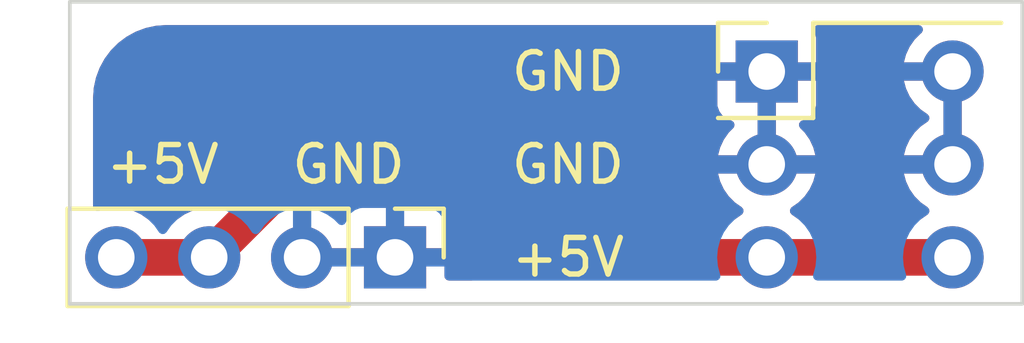
<source format=kicad_pcb>
(kicad_pcb (version 20221018) (generator pcbnew)
  (layers (0 "F.Cu" signal) (31 "B.Cu" signal) (34 "B.Paste" user) (35 "F.Paste" user) (36 "B.SilkS" user "B.Silkscreen") (37 "F.SilkS" user "F.Silkscreen") (38 "B.Mask" user) (39 "F.Mask" user) (44 "Edge.Cuts" user))
  (net 0 "")
  (net 1 "+5V")
  (net 2 "GND")
  (footprint "Sassa:A500_ExpansionSocket_2x43_P2.54mm_5mm" (layer "F.Cu") (at 256.54 27.94)
    (fp_text reference "CN2" hide)
    (fp_text value "A500_Edge" hide)
    (fp_line (start -1.33 -1.33) (end -1.33 0) (stroke (width 0.12)) (layer "F.SilkS"))
    (fp_line (start 0 -1.33) (end -1.33 -1.33) (stroke (width 0.12)) (layer "F.SilkS"))
    (fp_line (start 1.27 -1.33) (end 1.27 1.27) (stroke (width 0.12)) (layer "F.SilkS"))
    (fp_line (start 1.27 1.27) (end -1.33 1.27) (stroke (width 0.12)) (layer "F.SilkS"))
    (fp_line (start 6.41 -1.33) (end 1.27 -1.33) (stroke (width 0.12)) (layer "F.SilkS"))
    (pad "1" thru_hole rect (at 0 0) (size 1.7 1.7) (drill 1) (layers "*.Cu" "*.Mask") (net 2 "GND"))
    (pad "2" thru_hole oval (at 5.08 0) (size 1.7 1.7) (drill 1) (layers "*.Cu" "*.Mask") (net 2 "GND"))
    (pad "3" thru_hole oval (at 0 2.54) (size 1.7 1.7) (drill 1) (layers "*.Cu" "*.Mask") (net 2 "GND"))
    (pad "4" thru_hole oval (at 5.08 2.54) (size 1.7 1.7) (drill 1) (layers "*.Cu" "*.Mask") (net 2 "GND"))
    (pad "5" thru_hole oval (at 0 5.08) (size 1.7 1.7) (drill 1) (layers "*.Cu" "*.Mask") (net 1 "+5V"))
    (pad "6" thru_hole oval (at 5.08 5.08) (size 1.7 1.7) (drill 1) (layers "*.Cu" "*.Mask") (net 1 "+5V"))
  )
  (footprint "Connector_PinHeader_2.54mm:PinHeader_1x04_P2.54mm_Vertical" (layer "F.Cu") (at 246.38 33.02 -90)
    (fp_text reference "J3" hide)
    (fp_text value "Power")
    (fp_line (start -1.33 -1.33) (end 0 -1.33) (stroke (width 0.12)) (layer "F.SilkS"))
    (fp_line (start -1.33 0) (end -1.33 -1.33) (stroke (width 0.12)) (layer "F.SilkS"))
    (fp_line (start -1.33 1.27) (end -1.33 8.95) (stroke (width 0.12)) (layer "F.SilkS"))
    (fp_line (start -1.33 1.27) (end 1.33 1.27) (stroke (width 0.12)) (layer "F.SilkS"))
    (fp_line (start -1.33 8.95) (end 1.33 8.95) (stroke (width 0.12)) (layer "F.SilkS"))
    (fp_line (start 1.33 1.27) (end 1.33 8.95) (stroke (width 0.12)) (layer "F.SilkS"))
    (pad "1" thru_hole rect (at 0 0 270) (size 1.7 1.7) (drill 1) (layers "*.Cu" "*.Mask") (net 2 "GND"))
    (pad "2" thru_hole oval (at 0 2.54 270) (size 1.7 1.7) (drill 1) (layers "*.Cu" "*.Mask") (net 2 "GND"))
    (pad "3" thru_hole oval (at 0 5.08 270) (size 1.7 1.7) (drill 1) (layers "*.Cu" "*.Mask") (net 1 "+5V"))
    (pad "4" thru_hole oval (at 0 7.62 270) (size 1.7 1.7) (drill 1) (layers "*.Cu" "*.Mask") (net 1 "+5V"))
  )
  (gr_line (start 237.49 34.29) (end 263.525 34.29) (stroke (width 0.1)) (layer "Edge.Cuts"))
  (gr_line (start 263.525 26.035) (end 237.49 26.035) (stroke (width 0.1)) (layer "Edge.Cuts"))
  (gr_line (start 237.49 26.035) (end 237.49 34.29) (stroke (width 0.1)) (layer "Edge.Cuts"))
  (gr_line (start 263.525 34.29) (end 263.525 26.035) (stroke (width 0.1)) (layer "Edge.Cuts"))
  (gr_text "GND" (at 252.73 30.48) (layer "F.SilkS") (effects (font (size 1 1)) (justify right)))
  (gr_text "GND" (at 245.11 30.48) (layer "F.SilkS") (effects (font (size 1 1))))
  (gr_text "+5V" (at 240.03 30.48) (layer "F.SilkS") (effects (font (size 1 1))))
  (gr_text "GND" (at 252.73 27.94) (layer "F.SilkS") (effects (font (size 1 1)) (justify right)))
  (gr_text "+5V" (at 252.73 33.02) (layer "F.SilkS") (effects (font (size 1 1)) (justify right)))
  (segment (start 256.54 33.02) (end 249.555 33.02) (width 1) (layer "F.Cu") (net 1))
  (segment (start 238.76 33.02) (end 241.3 33.02) (width 1) (layer "F.Cu") (net 1))
  (segment (start 261.62 33.02) (end 256.54 33.02) (width 1) (layer "F.Cu") (net 1))
  (segment (start 249.555 33.02) (end 247.65 31.115) (width 1) (layer "F.Cu") (net 1))
  (segment (start 243.205 31.115) (end 241.3 33.02) (width 1) (layer "F.Cu") (net 1))
  (segment (start 247.65 31.115) (end 243.205 31.115) (width 1) (layer "F.Cu") (net 1))
  (zone (net 2) (net_name "GND") (layers "F&B.Cu") (priority 1) (connect_pads (clearance 0.5)) (min_thickness 0.25) (fill yes (thermal_gap 0.5) (thermal_bridge_width 0.5) (smoothing fillet) (radius 2))
    (polygon (pts (xy 238.125 26.67) (xy 262.89 26.67) (xy 262.89 33.655) (xy 238.125 33.655)))
  )
)
</source>
